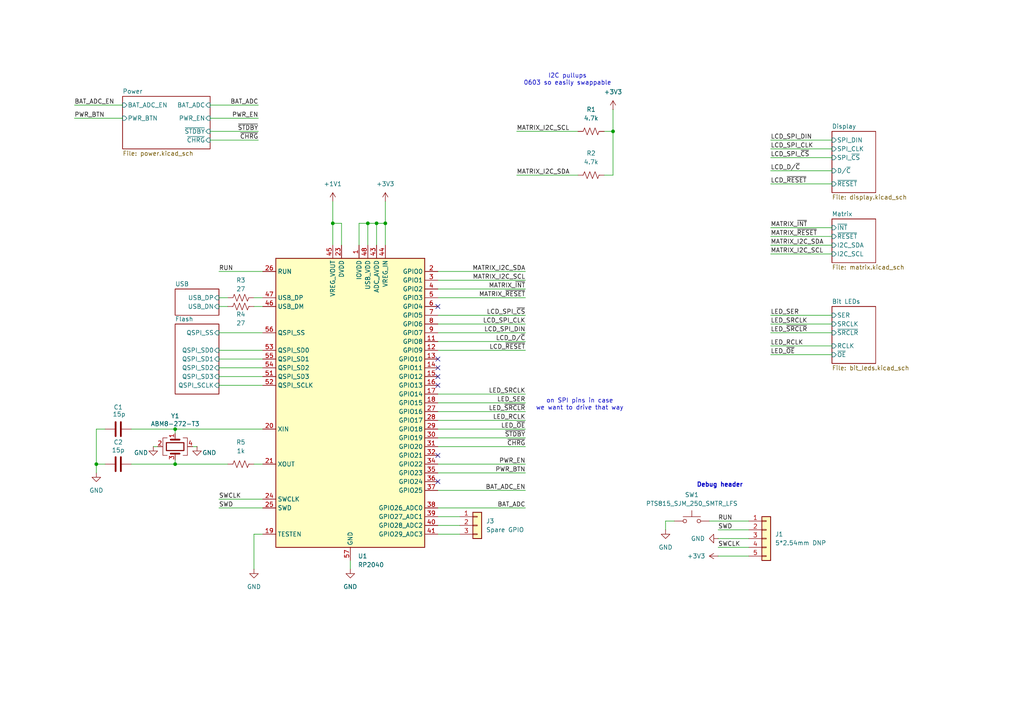
<source format=kicad_sch>
(kicad_sch (version 20250114) (generator "eeschema") (generator_version "9.0")
  (paper "A4")
  (lib_symbols
    (symbol "Connector_Generic:Conn_01x03" (pin_names (offset 1.016) (hide yes))
      (property "Reference" "J" (at 0 5.08 0))
      (property "Value" "Conn_01x03" (at 0 -5.08 0))
      (symbol "Conn_01x03_1_1"
        (rectangle (start -1.27 3.81) (end 1.27 -3.81) (stroke (width 0.254)) (fill (type background)))
        (rectangle (start -1.27 2.667) (end 0 2.413) (stroke (width 0.1524)))
        (rectangle (start -1.27 0.127) (end 0 -0.127) (stroke (width 0.1524)))
        (rectangle (start -1.27 -2.413) (end 0 -2.667) (stroke (width 0.1524)))
        (pin passive line (at -5.08 2.54 0) (length 3.81) (name "Pin_1") (number "1"))
        (pin passive line (at -5.08 0 0) (length 3.81) (name "Pin_2") (number "2"))
        (pin passive line (at -5.08 -2.54 0) (length 3.81) (name "Pin_3") (number "3"))
      )
    )
    (symbol "Connector_Generic:Conn_01x05" (pin_names (offset 1.016) (hide yes))
      (property "Reference" "J" (at 0 7.62 0))
      (property "Value" "Conn_01x05" (at 0 -7.62 0))
      (symbol "Conn_01x05_1_1"
        (rectangle (start -1.27 6.35) (end 1.27 -6.35) (stroke (width 0.254)) (fill (type background)))
        (rectangle (start -1.27 5.207) (end 0 4.953) (stroke (width 0.1524)))
        (rectangle (start -1.27 2.667) (end 0 2.413) (stroke (width 0.1524)))
        (rectangle (start -1.27 0.127) (end 0 -0.127) (stroke (width 0.1524)))
        (rectangle (start -1.27 -2.413) (end 0 -2.667) (stroke (width 0.1524)))
        (rectangle (start -1.27 -4.953) (end 0 -5.207) (stroke (width 0.1524)))
        (pin passive line (at -5.08 5.08 0) (length 3.81) (name "Pin_1") (number "1"))
        (pin passive line (at -5.08 2.54 0) (length 3.81) (name "Pin_2") (number "2"))
        (pin passive line (at -5.08 0 0) (length 3.81) (name "Pin_3") (number "3"))
        (pin passive line (at -5.08 -2.54 0) (length 3.81) (name "Pin_4") (number "4"))
        (pin passive line (at -5.08 -5.08 0) (length 3.81) (name "Pin_5") (number "5"))
      )
    )
    (symbol "Device:C" (pin_numbers (hide yes)) (pin_names (offset 0.254))
      (property "Reference" "C" (at 0.635 2.54 0))
      (property "Value" "C" (at 0.635 -2.54 0))
      (symbol "C_0_1"
        (polyline (pts (xy -2.032 0.762) (xy 2.032 0.762)) (stroke (width 0.508)))
        (polyline (pts (xy -2.032 -0.762) (xy 2.032 -0.762)) (stroke (width 0.508)))
      )
      (symbol "C_1_1"
        (pin passive line (at 0 3.81 270) (length 2.794) (name "~") (number "1"))
        (pin passive line (at 0 -3.81 90) (length 2.794) (name "~") (number "2"))
      )
    )
    (symbol "Device:Crystal_GND24" (pin_names (offset 1.016) (hide yes))
      (property "Reference" "Y" (at 3.175 5.08 0))
      (property "Value" "Crystal_GND24" (at 3.175 3.175 0))
      (symbol "Crystal_GND24_0_1"
        (polyline (pts (xy -2.54 2.286) (xy -2.54 3.556) (xy 2.54 3.556) (xy 2.54 2.286)))
        (polyline (pts (xy -2.54 0) (xy -2.032 0)))
        (polyline (pts (xy -2.54 -2.286) (xy -2.54 -3.556) (xy 2.54 -3.556) (xy 2.54 -2.286)))
        (polyline (pts (xy -2.032 -1.27) (xy -2.032 1.27)) (stroke (width 0.508)))
        (rectangle (start -1.143 2.54) (end 1.143 -2.54) (stroke (width 0.3048)))
        (polyline (pts (xy 0 3.556) (xy 0 3.81)))
        (polyline (pts (xy 0 -3.81) (xy 0 -3.556)))
        (polyline (pts (xy 2.032 0) (xy 2.54 0)))
        (polyline (pts (xy 2.032 -1.27) (xy 2.032 1.27)) (stroke (width 0.508)))
      )
      (symbol "Crystal_GND24_1_1"
        (pin passive line (at -3.81 0 0) (length 1.27) (name "1") (number "1"))
        (pin passive line (at 0 5.08 270) (length 1.27) (name "2") (number "2"))
        (pin passive line (at 0 -5.08 90) (length 1.27) (name "4") (number "4"))
        (pin passive line (at 3.81 0 180) (length 1.27) (name "3") (number "3"))
      )
    )
    (symbol "Device:R_US" (pin_numbers (hide yes)) (pin_names (offset 0))
      (property "Reference" "R" (at 2.54 0 90))
      (property "Value" "R_US" (at -2.54 0 90))
      (symbol "R_US_0_1"
        (polyline (pts (xy 0 2.286) (xy 0 2.54)))
        (polyline (pts (xy 0 2.286) (xy 1.016 1.905) (xy 0 1.524) (xy -1.016 1.143) (xy 0 0.762)))
        (polyline (pts (xy 0 0.762) (xy 1.016 0.381) (xy 0 0) (xy -1.016 -0.381) (xy 0 -0.762)))
        (polyline (pts (xy 0 -0.762) (xy 1.016 -1.143) (xy 0 -1.524) (xy -1.016 -1.905) (xy 0 -2.286)))
        (polyline (pts (xy 0 -2.286) (xy 0 -2.54)))
      )
      (symbol "R_US_1_1"
        (pin passive line (at 0 3.81 270) (length 1.27) (name "~") (number "1"))
        (pin passive line (at 0 -3.81 90) (length 1.27) (name "~") (number "2"))
      )
    )
    (symbol "MCU_RaspberryPi:RP2040"
      (property "Reference" "U" (at 17.78 45.72 0))
      (property "Value" "RP2040" (at 17.78 43.18 0))
      (symbol "RP2040_0_1"
        (rectangle (start -21.59 41.91) (end 21.59 -41.91) (stroke (width 0.254)) (fill (type background)))
      )
      (symbol "RP2040_1_1"
        (pin input line (at -25.4 38.1 0) (length 3.81) (name "RUN") (number "26"))
        (pin bidirectional line (at -25.4 30.48 0) (length 3.81) (name "USB_DP") (number "47"))
        (pin bidirectional line (at -25.4 27.94 0) (length 3.81) (name "USB_DM") (number "46"))
        (pin bidirectional line (at -25.4 20.32 0) (length 3.81) (name "QSPI_SS") (number "56"))
        (pin bidirectional line (at -25.4 15.24 0) (length 3.81) (name "QSPI_SD0") (number "53"))
        (pin bidirectional line (at -25.4 12.7 0) (length 3.81) (name "QSPI_SD1") (number "55"))
        (pin bidirectional line (at -25.4 10.16 0) (length 3.81) (name "QSPI_SD2") (number "54"))
        (pin bidirectional line (at -25.4 7.62 0) (length 3.81) (name "QSPI_SD3") (number "51"))
        (pin output line (at -25.4 5.08 0) (length 3.81) (name "QSPI_SCLK") (number "52"))
        (pin input line (at -25.4 -7.62 0) (length 3.81) (name "XIN") (number "20"))
        (pin passive line (at -25.4 -17.78 0) (length 3.81) (name "XOUT") (number "21"))
        (pin input line (at -25.4 -27.94 0) (length 3.81) (name "SWCLK") (number "24"))
        (pin bidirectional line (at -25.4 -30.48 0) (length 3.81) (name "SWD") (number "25"))
        (pin input line (at -25.4 -38.1 0) (length 3.81) (name "TESTEN") (number "19"))
        (pin power_out line (at -5.08 45.72 270) (length 3.81) (name "VREG_VOUT") (number "45"))
        (pin power_in line (at -2.54 45.72 270) (length 3.81) (name "DVDD") (number "23"))
        (pin passive line (at -2.54 45.72 270) (length 3.81) (hide yes) (name "DVDD") (number "50"))
        (pin power_in line (at 0 -45.72 90) (length 3.81) (name "GND") (number "57"))
        (pin power_in line (at 2.54 45.72 270) (length 3.81) (name "IOVDD") (number "1"))
        (pin passive line (at 2.54 45.72 270) (length 3.81) (hide yes) (name "IOVDD") (number "10"))
        (pin passive line (at 2.54 45.72 270) (length 3.81) (hide yes) (name "IOVDD") (number "22"))
        (pin passive line (at 2.54 45.72 270) (length 3.81) (hide yes) (name "IOVDD") (number "33"))
        (pin passive line (at 2.54 45.72 270) (length 3.81) (hide yes) (name "IOVDD") (number "42"))
        (pin passive line (at 2.54 45.72 270) (length 3.81) (hide yes) (name "IOVDD") (number "49"))
        (pin power_in line (at 5.08 45.72 270) (length 3.81) (name "USB_VDD") (number "48"))
        (pin power_in line (at 7.62 45.72 270) (length 3.81) (name "ADC_AVDD") (number "43"))
        (pin power_in line (at 10.16 45.72 270) (length 3.81) (name "VREG_IN") (number "44"))
        (pin bidirectional line (at 25.4 38.1 180) (length 3.81) (name "GPIO0") (number "2"))
        (pin bidirectional line (at 25.4 35.56 180) (length 3.81) (name "GPIO1") (number "3"))
        (pin bidirectional line (at 25.4 33.02 180) (length 3.81) (name "GPIO2") (number "4"))
        (pin bidirectional line (at 25.4 30.48 180) (length 3.81) (name "GPIO3") (number "5"))
        (pin bidirectional line (at 25.4 27.94 180) (length 3.81) (name "GPIO4") (number "6"))
        (pin bidirectional line (at 25.4 25.4 180) (length 3.81) (name "GPIO5") (number "7"))
        (pin bidirectional line (at 25.4 22.86 180) (length 3.81) (name "GPIO6") (number "8"))
        (pin bidirectional line (at 25.4 20.32 180) (length 3.81) (name "GPIO7") (number "9"))
        (pin bidirectional line (at 25.4 17.78 180) (length 3.81) (name "GPIO8") (number "11"))
        (pin bidirectional line (at 25.4 15.24 180) (length 3.81) (name "GPIO9") (number "12"))
        (pin bidirectional line (at 25.4 12.7 180) (length 3.81) (name "GPIO10") (number "13"))
        (pin bidirectional line (at 25.4 10.16 180) (length 3.81) (name "GPIO11") (number "14"))
        (pin bidirectional line (at 25.4 7.62 180) (length 3.81) (name "GPIO12") (number "15"))
        (pin bidirectional line (at 25.4 5.08 180) (length 3.81) (name "GPIO13") (number "16"))
        (pin bidirectional line (at 25.4 2.54 180) (length 3.81) (name "GPIO14") (number "17"))
        (pin bidirectional line (at 25.4 0 180) (length 3.81) (name "GPIO15") (number "18"))
        (pin bidirectional line (at 25.4 -2.54 180) (length 3.81) (name "GPIO16") (number "27"))
        (pin bidirectional line (at 25.4 -5.08 180) (length 3.81) (name "GPIO17") (number "28"))
        (pin bidirectional line (at 25.4 -7.62 180) (length 3.81) (name "GPIO18") (number "29"))
        (pin bidirectional line (at 25.4 -10.16 180) (length 3.81) (name "GPIO19") (number "30"))
        (pin bidirectional line (at 25.4 -12.7 180) (length 3.81) (name "GPIO20") (number "31"))
        (pin bidirectional line (at 25.4 -15.24 180) (length 3.81) (name "GPIO21") (number "32"))
        (pin bidirectional line (at 25.4 -17.78 180) (length 3.81) (name "GPIO22") (number "34"))
        (pin bidirectional line (at 25.4 -20.32 180) (length 3.81) (name "GPIO23") (number "35"))
        (pin bidirectional line (at 25.4 -22.86 180) (length 3.81) (name "GPIO24") (number "36"))
        (pin bidirectional line (at 25.4 -25.4 180) (length 3.81) (name "GPIO25") (number "37"))
        (pin bidirectional line (at 25.4 -30.48 180) (length 3.81) (name "GPIO26_ADC0") (number "38"))
        (pin bidirectional line (at 25.4 -33.02 180) (length 3.81) (name "GPIO27_ADC1") (number "39"))
        (pin bidirectional line (at 25.4 -35.56 180) (length 3.81) (name "GPIO28_ADC2") (number "40"))
        (pin bidirectional line (at 25.4 -38.1 180) (length 3.81) (name "GPIO29_ADC3") (number "41"))
      )
    )
    (symbol "Switch:SW_Push" (pin_numbers (hide yes)) (pin_names (offset 1.016) (hide yes))
      (property "Reference" "SW" (at 1.27 2.54 0))
      (property "Value" "SW_Push" (at 0 -1.524 0))
      (symbol "SW_Push_0_1"
        (circle (center -2.032 0) (radius 0.508))
        (polyline (pts (xy 0 1.27) (xy 0 3.048)))
        (circle (center 2.032 0) (radius 0.508))
        (polyline (pts (xy 2.54 1.27) (xy -2.54 1.27)))
        (pin passive line (at -5.08 0 0) (length 2.54) (name "1") (number "1"))
        (pin passive line (at 5.08 0 180) (length 2.54) (name "2") (number "2"))
      )
    )
    (symbol "power:+1V1" (power) (pin_numbers (hide yes)) (pin_names (offset 0) (hide yes))
      (property "Value" "+1V1" (at 0 3.556 0))
      (symbol "+1V1_0_1"
        (polyline (pts (xy -0.762 1.27) (xy 0 2.54)))
        (polyline (pts (xy 0 2.54) (xy 0.762 1.27)))
        (polyline (pts (xy 0 0) (xy 0 2.54)))
      )
      (symbol "+1V1_1_1"
        (pin power_in line (at 0 0 90) (length 0) (name "~") (number "1"))
      )
    )
    (symbol "power:+3V3" (power) (pin_numbers (hide yes)) (pin_names (offset 0) (hide yes))
      (property "Value" "+3V3" (at 0 3.556 0))
      (symbol "+3V3_0_1"
        (polyline (pts (xy -0.762 1.27) (xy 0 2.54)))
        (polyline (pts (xy 0 2.54) (xy 0.762 1.27)))
        (polyline (pts (xy 0 0) (xy 0 2.54)))
      )
      (symbol "+3V3_1_1"
        (pin power_in line (at 0 0 90) (length 0) (name "~") (number "1"))
      )
    )
    (symbol "power:GND" (power) (pin_numbers (hide yes)) (pin_names (offset 0) (hide yes))
      (property "Value" "GND" (at 0 -3.81 0))
      (symbol "GND_0_1"
        (polyline (pts (xy 0 0) (xy 0 -1.27) (xy 1.27 -1.27) (xy 0 -2.54) (xy -1.27 -1.27) (xy 0 -1.27)))
      )
      (symbol "GND_1_1"
        (pin power_in line (at 0 0 270) (length 0) (name "~") (number "1"))
      )
    )
  )
  (text "I2C pullups\n0603 so easily swappable" (at 164.592 23.114 0) (effects (font (size 1.27 1.27))))
  (text "on SPI pins in case\nwe want to drive that way" (at 168.148 117.348 0) (effects (font (size 1.27 1.27))))
  (text "Debug header" (at 208.788 140.716 0) (effects (font (size 1.27 1.27) (thickness 0.254) (bold yes))))
  (junction (at 177.8 38.1))
  (junction (at 27.94 134.62))
  (junction (at 111.76 64.77))
  (junction (at 109.22 64.77))
  (junction (at 50.8 124.46))
  (junction (at 96.52 64.77))
  (junction (at 106.68 64.77))
  (junction (at 50.8 134.62))
  (no_connect (at 127 139.7))
  (no_connect (at 127 88.9))
  (no_connect (at 127 111.76))
  (no_connect (at 127 104.14))
  (no_connect (at 127 132.08))
  (no_connect (at 127 106.68))
  (no_connect (at 127 109.22))
  (wire (pts (xy 127 149.86) (xy 133.35 149.86)))
  (wire (pts (xy 127 142.24) (xy 152.4 142.24)))
  (wire (pts (xy 109.22 71.12) (xy 109.22 64.77)))
  (wire (pts (xy 63.5 104.14) (xy 76.2 104.14)))
  (wire (pts (xy 101.6 162.56) (xy 101.6 165.1)))
  (wire (pts (xy 63.5 106.68) (xy 76.2 106.68)))
  (wire (pts (xy 127 152.4) (xy 133.35 152.4)))
  (wire (pts (xy 217.17 153.67) (xy 208.28 153.67)))
  (wire (pts (xy 73.66 86.36) (xy 76.2 86.36)))
  (wire (pts (xy 73.66 134.62) (xy 76.2 134.62)))
  (wire (pts (xy 104.14 71.12) (xy 104.14 64.77)))
  (wire (pts (xy 223.52 96.52) (xy 241.3 96.52)))
  (wire (pts (xy 175.26 38.1) (xy 177.8 38.1)))
  (wire (pts (xy 127 83.82) (xy 152.4 83.82)))
  (wire (pts (xy 127 154.94) (xy 133.35 154.94)))
  (wire (pts (xy 223.52 43.18) (xy 241.3 43.18)))
  (wire (pts (xy 63.5 111.76) (xy 76.2 111.76)))
  (wire (pts (xy 127 101.6) (xy 152.4 101.6)))
  (wire (pts (xy 127 121.92) (xy 152.4 121.92)))
  (wire (pts (xy 63.5 78.74) (xy 76.2 78.74)))
  (wire (pts (xy 111.76 64.77) (xy 109.22 64.77)))
  (wire (pts (xy 44.45 129.54) (xy 45.72 129.54)))
  (wire (pts (xy 223.52 68.58) (xy 241.3 68.58)))
  (wire (pts (xy 223.52 66.04) (xy 241.3 66.04)))
  (wire (pts (xy 27.94 134.62) (xy 27.94 137.16)))
  (wire (pts (xy 223.52 40.64) (xy 241.3 40.64)))
  (wire (pts (xy 106.68 64.77) (xy 109.22 64.77)))
  (wire (pts (xy 73.66 165.1) (xy 73.66 154.94)))
  (wire (pts (xy 50.8 134.62) (xy 50.8 133.35)))
  (wire (pts (xy 223.52 71.12) (xy 241.3 71.12)))
  (wire (pts (xy 217.17 158.75) (xy 208.28 158.75)))
  (wire (pts (xy 223.52 73.66) (xy 241.3 73.66)))
  (wire (pts (xy 111.76 64.77) (xy 111.76 58.42)))
  (wire (pts (xy 193.04 151.13) (xy 193.04 153.67)))
  (wire (pts (xy 223.52 91.44) (xy 241.3 91.44)))
  (wire (pts (xy 175.26 50.8) (xy 177.8 50.8)))
  (wire (pts (xy 27.94 134.62) (xy 30.48 134.62)))
  (wire (pts (xy 223.52 49.53) (xy 241.3 49.53)))
  (wire (pts (xy 217.17 151.13) (xy 205.74 151.13)))
  (wire (pts (xy 127 86.36) (xy 152.4 86.36)))
  (wire (pts (xy 106.68 64.77) (xy 106.68 71.12)))
  (wire (pts (xy 50.8 134.62) (xy 66.04 134.62)))
  (wire (pts (xy 223.52 93.98) (xy 241.3 93.98)))
  (wire (pts (xy 177.8 50.8) (xy 177.8 38.1)))
  (wire (pts (xy 50.8 124.46) (xy 76.2 124.46)))
  (wire (pts (xy 104.14 64.77) (xy 106.68 64.77)))
  (wire (pts (xy 73.66 154.94) (xy 76.2 154.94)))
  (wire (pts (xy 38.1 124.46) (xy 50.8 124.46)))
  (wire (pts (xy 127 81.28) (xy 152.4 81.28)))
  (wire (pts (xy 99.06 64.77) (xy 96.52 64.77)))
  (wire (pts (xy 74.93 34.29) (xy 60.96 34.29)))
  (wire (pts (xy 30.48 124.46) (xy 27.94 124.46)))
  (wire (pts (xy 63.5 86.36) (xy 66.04 86.36)))
  (wire (pts (xy 111.76 71.12) (xy 111.76 64.77)))
  (wire (pts (xy 60.96 40.64) (xy 74.93 40.64)))
  (wire (pts (xy 177.8 38.1) (xy 177.8 31.75)))
  (wire (pts (xy 127 127) (xy 152.4 127)))
  (wire (pts (xy 60.96 38.1) (xy 74.93 38.1)))
  (wire (pts (xy 63.5 96.52) (xy 76.2 96.52)))
  (wire (pts (xy 127 147.32) (xy 152.4 147.32)))
  (wire (pts (xy 127 137.16) (xy 152.4 137.16)))
  (wire (pts (xy 208.28 156.21) (xy 217.17 156.21)))
  (wire (pts (xy 57.15 129.54) (xy 55.88 129.54)))
  (wire (pts (xy 73.66 88.9) (xy 76.2 88.9)))
  (wire (pts (xy 127 134.62) (xy 152.4 134.62)))
  (wire (pts (xy 223.52 53.34) (xy 241.3 53.34)))
  (wire (pts (xy 63.5 147.32) (xy 76.2 147.32)))
  (wire (pts (xy 127 96.52) (xy 152.4 96.52)))
  (wire (pts (xy 127 114.3) (xy 152.4 114.3)))
  (wire (pts (xy 193.04 151.13) (xy 195.58 151.13)))
  (wire (pts (xy 74.93 30.48) (xy 60.96 30.48)))
  (wire (pts (xy 96.52 58.42) (xy 96.52 64.77)))
  (wire (pts (xy 127 99.06) (xy 152.4 99.06)))
  (wire (pts (xy 63.5 88.9) (xy 66.04 88.9)))
  (wire (pts (xy 50.8 124.46) (xy 50.8 125.73)))
  (wire (pts (xy 127 119.38) (xy 152.4 119.38)))
  (wire (pts (xy 223.52 100.33) (xy 241.3 100.33)))
  (wire (pts (xy 21.59 34.29) (xy 35.56 34.29)))
  (wire (pts (xy 127 93.98) (xy 152.4 93.98)))
  (wire (pts (xy 149.86 50.8) (xy 167.64 50.8)))
  (wire (pts (xy 63.5 144.78) (xy 76.2 144.78)))
  (wire (pts (xy 127 91.44) (xy 152.4 91.44)))
  (wire (pts (xy 127 124.46) (xy 152.4 124.46)))
  (wire (pts (xy 38.1 134.62) (xy 50.8 134.62)))
  (wire (pts (xy 223.52 102.87) (xy 241.3 102.87)))
  (wire (pts (xy 149.86 38.1) (xy 167.64 38.1)))
  (wire (pts (xy 99.06 71.12) (xy 99.06 64.77)))
  (wire (pts (xy 63.5 109.22) (xy 76.2 109.22)))
  (wire (pts (xy 96.52 64.77) (xy 96.52 71.12)))
  (wire (pts (xy 223.52 45.72) (xy 241.3 45.72)))
  (wire (pts (xy 127 116.84) (xy 152.4 116.84)))
  (wire (pts (xy 27.94 124.46) (xy 27.94 134.62)))
  (wire (pts (xy 127 129.54) (xy 152.4 129.54)))
  (wire (pts (xy 127 78.74) (xy 152.4 78.74)))
  (wire (pts (xy 21.59 30.48) (xy 35.56 30.48)))
  (wire (pts (xy 217.17 161.29) (xy 208.28 161.29)))
  (wire (pts (xy 63.5 101.6) (xy 76.2 101.6)))
  (label "LCD_D{slash}~{C}" (at 223.52 49.53 0))
  (label "~{STDBY}" (at 74.93 38.1 180))
  (label "LCD_SPI_~{CS}" (at 223.52 45.72 0))
  (label "LED_~{OE}" (at 152.4 124.46 180))
  (label "LCD_SPI_DIN" (at 223.52 40.64 0))
  (label "SWD" (at 63.5 147.32 0))
  (label "LED_SRCLK" (at 223.52 93.98 0))
  (label "MATRIX_I2C_SDA" (at 223.52 71.12 0))
  (label "PWR_EN" (at 74.93 34.29 180))
  (label "MATRIX_I2C_SCL" (at 149.86 38.1 0))
  (label "LED_~{SRCLR}" (at 152.4 119.38 180))
  (label "SWD" (at 208.28 153.67 0))
  (label "SWCLK" (at 208.28 158.75 0))
  (label "MATRIX_I2C_SCL" (at 152.4 81.28 180))
  (label "MATRIX_~{RESET}" (at 223.52 68.58 0))
  (label "LCD_SPI_CLK" (at 223.52 43.18 0))
  (label "MATRIX_I2C_SDA" (at 152.4 78.74 180))
  (label "MATRIX_I2C_SDA" (at 149.86 50.8 0))
  (label "BAT_ADC" (at 152.4 147.32 180))
  (label "MATRIX_~{INT}" (at 152.4 83.82 180))
  (label "PWR_BTN" (at 21.59 34.29 0))
  (label "~{CHRG}" (at 74.93 40.64 180))
  (label "LCD_SPI_CLK" (at 152.4 93.98 180))
  (label "RUN" (at 208.28 151.13 0))
  (label "MATRIX_I2C_SCL" (at 223.52 73.66 0))
  (label "BAT_ADC_EN" (at 152.4 142.24 180))
  (label "LED_SRCLK" (at 152.4 114.3 180))
  (label "BAT_ADC" (at 74.93 30.48 180))
  (label "~{STDBY}" (at 152.4 127 180))
  (label "LED_~{SRCLR}" (at 223.52 96.52 0))
  (label "MATRIX_~{INT}" (at 223.52 66.04 0))
  (label "MATRIX_~{RESET}" (at 152.4 86.36 180))
  (label "LED_SER" (at 152.4 116.84 180))
  (label "LCD_SPI_DIN" (at 152.4 96.52 180))
  (label "LCD_~{RESET}" (at 223.52 53.34 0))
  (label "LCD_SPI_~{CS}" (at 152.4 91.44 180))
  (label "LED_RCLK" (at 152.4 121.92 180))
  (label "RUN" (at 63.5 78.74 0))
  (label "~{CHRG}" (at 152.4 129.54 180))
  (label "LED_~{OE}" (at 223.52 102.87 0))
  (label "BAT_ADC_EN" (at 21.59 30.48 0))
  (label "LED_RCLK" (at 223.52 100.33 0))
  (label "LCD_D{slash}~{C}" (at 152.4 99.06 180))
  (label "PWR_BTN" (at 152.4 137.16 180))
  (label "LED_SER" (at 223.52 91.44 0))
  (label "SWCLK" (at 63.5 144.78 0))
  (label "LCD_~{RESET}" (at 152.4 101.6 180))
  (label "PWR_EN" (at 152.4 134.62 180))
  (symbol (lib_id "Device:R_US") (at 171.45 50.8 90) (unit 1)
    (property "Reference" "R2" (at 171.45 44.45 90))
    (property "Value" "4.7k" (at 171.45 46.99 90))
    (property "Footprint" "Resistor_SMD:R_0603_1608Metric" (effects (hide yes)))
    (property "Description" "Resistor, US symbol" (effects (hide yes)))
  )
  (symbol (lib_id "power:GND") (at 73.66 165.1 0) (unit 1)
    (property "Reference" "#PWR010" (effects (hide yes)))
    (property "Value" "GND" (at 73.66 170.18 0))
    (property "Description" "Power symbol creates a global label with name \"GND\" , ground" (effects (hide yes)))
  )
  (symbol (lib_id "power:GND") (at 193.04 153.67 0) (unit 1)
    (property "Reference" "#PWR07" (effects (hide yes)))
    (property "Value" "GND" (at 193.04 158.75 0))
    (property "Description" "Power symbol creates a global label with name \"GND\" , ground" (effects (hide yes)))
  )
  (symbol (lib_id "Switch:SW_Push") (at 200.66 151.13 0) (unit 1)
    (property "Reference" "SW1" (at 200.66 143.51 0))
    (property "Value" "PTS815_SJM_250_SMTR_LFS" (at 200.66 146.05 0))
    (property "Footprint" "PTS815_SJM_250_SMTR_LFS:SW_Push_PTS815_SJM_250_SMTR_LFS" (effects (hide yes)))
    (property "Description" "Push button switch, generic, two pins" (effects (hide yes)))
  )
  (symbol (lib_id "power:GND") (at 44.45 129.54 0) (mirror y) (unit 1)
    (property "Reference" "#PWR04" (effects (hide yes)))
    (property "Value" "GND" (at 40.894 131.318 0))
    (property "Description" "Power symbol creates a global label with name \"GND\" , ground" (effects (hide yes)))
  )
  (symbol (lib_id "Device:C") (at 34.29 124.46 90) (unit 1)
    (property "Reference" "C1" (at 34.29 118.11 90))
    (property "Value" "15p" (at 34.544 120.142 90))
    (property "Footprint" "Capacitor_SMD:C_0402_1005Metric" (effects (hide yes)))
    (property "Description" "Unpolarized capacitor" (effects (hide yes)))
    (property "LCSC" "C1548" (effects (hide yes)))
  )
  (symbol (lib_id "power:+3V3") (at 208.28 161.29 90) (mirror x) (unit 1)
    (property "Reference" "#PWR09" (effects (hide yes)))
    (property "Value" "+3V3" (at 201.93 161.29 90))
    (property "Description" "Power symbol creates a global label with name \"+3V3\"" (effects (hide yes)))
  )
  (symbol (lib_id "power:GND") (at 101.6 165.1 0) (unit 1)
    (property "Reference" "#PWR011" (effects (hide yes)))
    (property "Value" "GND" (at 101.6 170.18 0))
    (property "Description" "Power symbol creates a global label with name \"GND\" , ground" (effects (hide yes)))
  )
  (symbol (lib_id "power:+1V1") (at 96.52 58.42 0) (unit 1)
    (property "Reference" "#PWR02" (effects (hide yes)))
    (property "Value" "+1V1" (at 96.52 53.34 0))
    (property "Description" "Power symbol creates a global label with name \"+1V1\"" (effects (hide yes)))
  )
  (symbol (lib_id "power:GND") (at 208.28 156.21 270) (unit 1)
    (property "Reference" "#PWR08" (effects (hide yes)))
    (property "Value" "GND" (at 204.47 156.2099 90) (effects (justify right)))
    (property "Description" "Power symbol creates a global label with name \"GND\" , ground" (effects (hide yes)))
  )
  (symbol (lib_id "Device:R_US") (at 69.85 86.36 90) (unit 1)
    (property "Reference" "R3" (at 69.85 81.28 90))
    (property "Value" "27" (at 69.85 83.82 90))
    (property "Footprint" "Resistor_SMD:R_0402_1005Metric" (effects (hide yes)))
    (property "Description" "Resistor, US symbol" (effects (hide yes)))
  )
  (symbol (lib_id "Device:R_US") (at 69.85 134.62 90) (unit 1)
    (property "Reference" "R5" (at 69.85 128.27 90))
    (property "Value" "1k" (at 69.85 130.81 90))
    (property "Footprint" "Resistor_SMD:R_0402_1005Metric" (effects (hide yes)))
    (property "Description" "Resistor, US symbol" (effects (hide yes)))
  )
  (symbol (lib_id "Connector_Generic:Conn_01x03") (at 138.43 152.4 0) (unit 1)
    (property "Reference" "J3" (at 140.97 151.1299 0) (effects (justify left)))
    (property "Value" "Spare GPIO" (at 140.97 153.6699 0) (effects (justify left)))
    (property "Footprint" "Connector_PinHeader_2.00mm:PinHeader_1x03_P2.00mm_Vertical" (effects (hide yes)))
    (property "Description" "Generic connector, single row, 01x03, script generated (kicad-library-utils/schlib/autogen/connector/)" (effects (hide yes)))
  )
  (symbol (lib_id "Device:Crystal_GND24") (at 50.8 129.54 90) (mirror x) (unit 1)
    (property "Reference" "Y1" (at 50.8 120.65 90))
    (property "Value" "ABM8-272-T3" (at 50.8 122.936 90))
    (property "Footprint" "Crystal:Crystal_SMD_Abracon_ABM8G-4Pin_3.2x2.5mm" (effects (hide yes)))
    (property "Description" "Four pin crystal, GND on pins 2 and 4" (effects (hide yes)))
    (property "LCSC" "C20625731" (effects (hide yes)))
  )
  (symbol (lib_id "Device:C") (at 34.29 134.62 90) (unit 1)
    (property "Reference" "C2" (at 34.29 128.27 90))
    (property "Value" "15p" (at 34.29 130.556 90))
    (property "Footprint" "Capacitor_SMD:C_0402_1005Metric" (effects (hide yes)))
    (property "Description" "Unpolarized capacitor" (effects (hide yes)))
    (property "LCSC" "C1548" (effects (hide yes)))
  )
  (symbol (lib_id "power:GND") (at 27.94 137.16 0) (unit 1)
    (property "Reference" "#PWR06" (effects (hide yes)))
    (property "Value" "GND" (at 27.94 142.24 0))
    (property "Description" "Power symbol creates a global label with name \"GND\" , ground" (effects (hide yes)))
  )
  (symbol (lib_id "Device:R_US") (at 171.45 38.1 90) (unit 1)
    (property "Reference" "R1" (at 171.45 31.75 90))
    (property "Value" "4.7k" (at 171.45 34.29 90))
    (property "Footprint" "Resistor_SMD:R_0603_1608Metric" (effects (hide yes)))
    (property "Description" "Resistor, US symbol" (effects (hide yes)))
  )
  (symbol (lib_id "power:+3V3") (at 111.76 58.42 0) (unit 1)
    (property "Reference" "#PWR03" (effects (hide yes)))
    (property "Value" "+3V3" (at 111.76 53.34 0))
    (property "Description" "Power symbol creates a global label with name \"+3V3\"" (effects (hide yes)))
  )
  (symbol (lib_id "power:+3V3") (at 177.8 31.75 0) (unit 1)
    (property "Reference" "#PWR01" (effects (hide yes)))
    (property "Value" "+3V3" (at 177.8 26.67 0))
    (property "Description" "Power symbol creates a global label with name \"+3V3\"" (effects (hide yes)))
  )
  (symbol (lib_id "Device:R_US") (at 69.85 88.9 90) (unit 1)
    (property "Reference" "R4" (at 69.85 91.186 90))
    (property "Value" "27" (at 69.85 93.726 90))
    (property "Footprint" "Resistor_SMD:R_0402_1005Metric" (effects (hide yes)))
    (property "Description" "Resistor, US symbol" (effects (hide yes)))
  )
  (symbol (lib_id "MCU_RaspberryPi:RP2040") (at 101.6 116.84 0) (unit 1)
    (property "Reference" "U1" (at 103.7941 161.29 0) (effects (justify left)))
    (property "Value" "RP2040" (at 103.7941 163.83 0) (effects (justify left)))
    (property "Footprint" "Package_DFN_QFN:QFN-56-1EP_7x7mm_P0.4mm_EP3.2x3.2mm" (effects (hide yes)))
    (property "Datasheet" "https://datasheets.raspberrypi.com/rp2040/rp2040-datasheet.pdf" (effects (hide yes)))
    (property "Description" "A microcontroller by Raspberry Pi" (effects (hide yes)))
  )
  (symbol (lib_id "power:GND") (at 57.15 129.54 0) (unit 1)
    (property "Reference" "#PWR05" (effects (hide yes)))
    (property "Value" "GND" (at 60.706 131.318 0))
    (property "Description" "Power symbol creates a global label with name \"GND\" , ground" (effects (hide yes)))
  )
  (symbol (lib_id "Connector_Generic:Conn_01x05") (at 222.25 156.21 0) (unit 1)
    (property "Reference" "J1" (at 224.79 154.9399 0) (effects (justify left)))
    (property "Value" "5*2.54mm DNP" (at 224.79 157.4799 0) (effects (justify left)))
    (property "Footprint" "Connector_PinHeader_2.54mm:PinHeader_1x05_P2.54mm_Vertical" (effects (hide yes)))
    (property "Description" "Generic connector, single row, 01x05, script generated (kicad-library-utils/schlib/autogen/connector/)" (effects (hide yes)))
  )
  (sheet (at 50.8 83.82) (size 12.7 7.62) (stroke (width 0.1524))
    (property "Sheetname" "USB" (at 50.8 83.1084 0) (effects (justify left bottom)))
    (property "Sheetfile" "usb.kicad_sch" (effects (hide yes)))
    (pin "USB_DN" input (at 63.5 88.9 0))
    (pin "USB_DP" input (at 63.5 86.36 0))
  )
  (sheet (at 241.3 38.1) (size 12.7 17.78) (stroke (width 0.1524))
    (property "Sheetname" "Display" (at 241.3 37.3884 0) (effects (justify left bottom)))
    (property "Sheetfile" "display.kicad_sch" (at 241.3 56.4646 0) (effects (justify left top)))
    (pin "D{slash}~{C}" input (at 241.3 49.53 180))
    (pin "SPI_~{CS}" input (at 241.3 45.72 180))
    (pin "~{RESET}" input (at 241.3 53.34 180))
    (pin "SPI_DIN" input (at 241.3 40.64 180))
    (pin "SPI_CLK" input (at 241.3 43.18 180))
  )
  (sheet (at 241.3 88.9) (size 12.7 16.51) (stroke (width 0.1524))
    (property "Sheetname" "Bit LEDs" (at 241.3 88.1884 0) (effects (justify left bottom)))
    (property "Sheetfile" "bit_leds.kicad_sch" (at 241.3 105.9946 0) (effects (justify left top)))
    (pin "~{SRCLR}" input (at 241.3 96.52 180))
    (pin "SRCLK" input (at 241.3 93.98 180))
    (pin "RCLK" input (at 241.3 100.33 180))
    (pin "SER" input (at 241.3 91.44 180))
    (pin "~{OE}" input (at 241.3 102.87 180))
  )
  (sheet (at 50.8 93.98) (size 12.7 20.32) (stroke (width 0.1524))
    (property "Sheetname" "Flash" (at 50.8 93.2684 0) (effects (justify left bottom)))
    (property "Sheetfile" "flash.kicad_sch" (effects (hide yes)))
    (pin "QSPI_SD2" input (at 63.5 106.68 0))
    (pin "QSPI_SD0" input (at 63.5 101.6 0))
    (pin "QSPI_SD1" input (at 63.5 104.14 0))
    (pin "QSPI_SD3" input (at 63.5 109.22 0))
    (pin "QSPI_SCLK" input (at 63.5 111.76 0))
    (pin "QSPI_SS" input (at 63.5 96.52 0))
  )
  (sheet (at 35.56 27.94) (size 25.4 15.24) (stroke (width 0.1524))
    (property "Sheetname" "Power" (at 35.56 27.2284 0) (effects (justify left bottom)))
    (property "Sheetfile" "power.kicad_sch" (at 35.56 43.7646 0) (effects (justify left top)))
    (pin "BAT_ADC_EN" input (at 35.56 30.48 180))
    (pin "BAT_ADC" input (at 60.96 30.48 0))
    (pin "PWR_BTN" input (at 35.56 34.29 180))
    (pin "PWR_EN" input (at 60.96 34.29 0))
    (pin "~{STDBY}" input (at 60.96 38.1 0))
    (pin "~{CHRG}" input (at 60.96 40.64 0))
  )
  (sheet (at 241.3 63.5) (size 12.7 12.7) (stroke (width 0.1524))
    (property "Sheetname" "Matrix" (at 241.3 62.7884 0) (effects (justify left bottom)))
    (property "Sheetfile" "matrix.kicad_sch" (at 241.3 76.7846 0) (effects (justify left top)))
    (pin "~{INT}" input (at 241.3 66.04 180))
    (pin "I2C_SDA" input (at 241.3 71.12 180))
    (pin "I2C_SCL" input (at 241.3 73.66 180))
    (pin "~{RESET}" input (at 241.3 68.58 180))
  )
)
</source>
